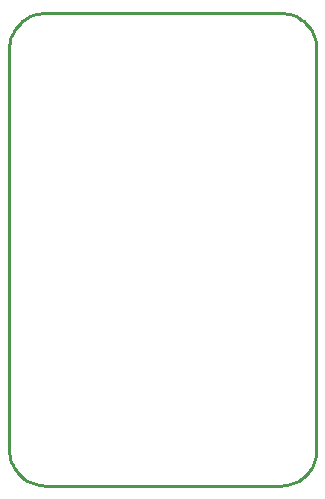
<source format=gbr>
G04 EAGLE Gerber RS-274X export*
G75*
%MOMM*%
%FSLAX34Y34*%
%LPD*%
%IN*%
%IPPOS*%
%AMOC8*
5,1,8,0,0,1.08239X$1,22.5*%
G01*
%ADD10C,0.254000*%


D10*
X0Y30000D02*
X114Y27385D01*
X456Y24791D01*
X1022Y22235D01*
X1809Y19739D01*
X2811Y17321D01*
X4019Y15000D01*
X5425Y12793D01*
X7019Y10716D01*
X8787Y8787D01*
X10716Y7019D01*
X12793Y5425D01*
X15000Y4019D01*
X17321Y2811D01*
X19739Y1809D01*
X22235Y1022D01*
X24791Y456D01*
X27385Y114D01*
X30000Y0D01*
X230000Y0D01*
X232615Y114D01*
X235209Y456D01*
X237765Y1022D01*
X240261Y1809D01*
X242679Y2811D01*
X245000Y4019D01*
X247207Y5425D01*
X249284Y7019D01*
X251213Y8787D01*
X252981Y10716D01*
X254575Y12793D01*
X255981Y15000D01*
X257189Y17321D01*
X258191Y19739D01*
X258978Y22235D01*
X259544Y24791D01*
X259886Y27385D01*
X260000Y30000D01*
X260000Y370000D01*
X259886Y372615D01*
X259544Y375209D01*
X258978Y377765D01*
X258191Y380261D01*
X257189Y382679D01*
X255981Y385000D01*
X254575Y387207D01*
X252981Y389284D01*
X251213Y391213D01*
X249284Y392981D01*
X247207Y394575D01*
X245000Y395981D01*
X242679Y397189D01*
X240261Y398191D01*
X237765Y398978D01*
X235209Y399544D01*
X232615Y399886D01*
X230000Y400000D01*
X30000Y400000D01*
X27385Y399886D01*
X24791Y399544D01*
X22235Y398978D01*
X19739Y398191D01*
X17321Y397189D01*
X15000Y395981D01*
X12793Y394575D01*
X10716Y392981D01*
X8787Y391213D01*
X7019Y389284D01*
X5425Y387207D01*
X4019Y385000D01*
X2811Y382679D01*
X1809Y380261D01*
X1022Y377765D01*
X456Y375209D01*
X114Y372615D01*
X0Y370000D01*
X0Y30000D01*
M02*

</source>
